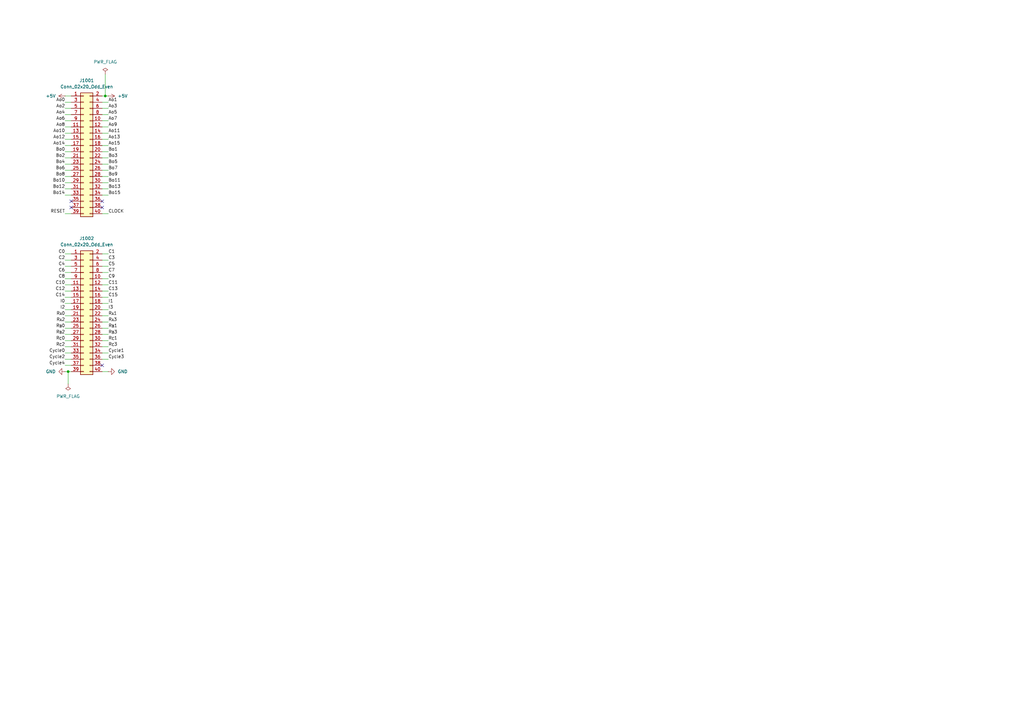
<source format=kicad_sch>
(kicad_sch (version 20231120) (generator "eeschema") (generator_version "8.0")
  (paper "A3")
  (title_block (title "Program Counter"))
  (lib_symbols
    (symbol "Connector_Generic:Conn_02x20_Odd_Even" (pin_names (offset 1.016) hide)
      (property "Reference" "J" (at 1.27 25.4 0))
      (property "Value" "Conn_02x20_Odd_Even" (at 1.27 -27.94 0))
      (symbol "Conn_02x20_Odd_Even_1_1"
        (rectangle (start -1.27 -25.273) (end 0 -25.527) (stroke (width 0.1524)))
        (rectangle (start -1.27 -22.733) (end 0 -22.987) (stroke (width 0.1524)))
        (rectangle (start -1.27 -20.193) (end 0 -20.447) (stroke (width 0.1524)))
        (rectangle (start -1.27 -17.653) (end 0 -17.907) (stroke (width 0.1524)))
        (rectangle (start -1.27 -15.113) (end 0 -15.367) (stroke (width 0.1524)))
        (rectangle (start -1.27 -12.573) (end 0 -12.827) (stroke (width 0.1524)))
        (rectangle (start -1.27 -10.033) (end 0 -10.287) (stroke (width 0.1524)))
        (rectangle (start -1.27 -7.493) (end 0 -7.747) (stroke (width 0.1524)))
        (rectangle (start -1.27 -4.953) (end 0 -5.207) (stroke (width 0.1524)))
        (rectangle (start -1.27 -2.413) (end 0 -2.667) (stroke (width 0.1524)))
        (rectangle (start -1.27 0.127) (end 0 -0.127) (stroke (width 0.1524)))
        (rectangle (start -1.27 2.667) (end 0 2.413) (stroke (width 0.1524)))
        (rectangle (start -1.27 5.207) (end 0 4.953) (stroke (width 0.1524)))
        (rectangle (start -1.27 7.747) (end 0 7.493) (stroke (width 0.1524)))
        (rectangle (start -1.27 10.287) (end 0 10.033) (stroke (width 0.1524)))
        (rectangle (start -1.27 12.827) (end 0 12.573) (stroke (width 0.1524)))
        (rectangle (start -1.27 15.367) (end 0 15.113) (stroke (width 0.1524)))
        (rectangle (start -1.27 17.907) (end 0 17.653) (stroke (width 0.1524)))
        (rectangle (start -1.27 20.447) (end 0 20.193) (stroke (width 0.1524)))
        (rectangle (start -1.27 22.987) (end 0 22.733) (stroke (width 0.1524)))
        (rectangle (start -1.27 24.13) (end 3.81 -26.67) (stroke (width 0.254)) (fill (type background)))
        (rectangle (start 3.81 -25.273) (end 2.54 -25.527) (stroke (width 0.1524)))
        (rectangle (start 3.81 -22.733) (end 2.54 -22.987) (stroke (width 0.1524)))
        (rectangle (start 3.81 -20.193) (end 2.54 -20.447) (stroke (width 0.1524)))
        (rectangle (start 3.81 -17.653) (end 2.54 -17.907) (stroke (width 0.1524)))
        (rectangle (start 3.81 -15.113) (end 2.54 -15.367) (stroke (width 0.1524)))
        (rectangle (start 3.81 -12.573) (end 2.54 -12.827) (stroke (width 0.1524)))
        (rectangle (start 3.81 -10.033) (end 2.54 -10.287) (stroke (width 0.1524)))
        (rectangle (start 3.81 -7.493) (end 2.54 -7.747) (stroke (width 0.1524)))
        (rectangle (start 3.81 -4.953) (end 2.54 -5.207) (stroke (width 0.1524)))
        (rectangle (start 3.81 -2.413) (end 2.54 -2.667) (stroke (width 0.1524)))
        (rectangle (start 3.81 0.127) (end 2.54 -0.127) (stroke (width 0.1524)))
        (rectangle (start 3.81 2.667) (end 2.54 2.413) (stroke (width 0.1524)))
        (rectangle (start 3.81 5.207) (end 2.54 4.953) (stroke (width 0.1524)))
        (rectangle (start 3.81 7.747) (end 2.54 7.493) (stroke (width 0.1524)))
        (rectangle (start 3.81 10.287) (end 2.54 10.033) (stroke (width 0.1524)))
        (rectangle (start 3.81 12.827) (end 2.54 12.573) (stroke (width 0.1524)))
        (rectangle (start 3.81 15.367) (end 2.54 15.113) (stroke (width 0.1524)))
        (rectangle (start 3.81 17.907) (end 2.54 17.653) (stroke (width 0.1524)))
        (rectangle (start 3.81 20.447) (end 2.54 20.193) (stroke (width 0.1524)))
        (rectangle (start 3.81 22.987) (end 2.54 22.733) (stroke (width 0.1524)))
        (pin passive line (at -5.08 22.86 0) (length 3.81) (name "Pin_1") (number "1"))
        (pin passive line (at 7.62 12.7 180) (length 3.81) (name "Pin_10") (number "10"))
        (pin passive line (at -5.08 10.16 0) (length 3.81) (name "Pin_11") (number "11"))
        (pin passive line (at 7.62 10.16 180) (length 3.81) (name "Pin_12") (number "12"))
        (pin passive line (at -5.08 7.62 0) (length 3.81) (name "Pin_13") (number "13"))
        (pin passive line (at 7.62 7.62 180) (length 3.81) (name "Pin_14") (number "14"))
        (pin passive line (at -5.08 5.08 0) (length 3.81) (name "Pin_15") (number "15"))
        (pin passive line (at 7.62 5.08 180) (length 3.81) (name "Pin_16") (number "16"))
        (pin passive line (at -5.08 2.54 0) (length 3.81) (name "Pin_17") (number "17"))
        (pin passive line (at 7.62 2.54 180) (length 3.81) (name "Pin_18") (number "18"))
        (pin passive line (at -5.08 0 0) (length 3.81) (name "Pin_19") (number "19"))
        (pin passive line (at 7.62 22.86 180) (length 3.81) (name "Pin_2") (number "2"))
        (pin passive line (at 7.62 0 180) (length 3.81) (name "Pin_20") (number "20"))
        (pin passive line (at -5.08 -2.54 0) (length 3.81) (name "Pin_21") (number "21"))
        (pin passive line (at 7.62 -2.54 180) (length 3.81) (name "Pin_22") (number "22"))
        (pin passive line (at -5.08 -5.08 0) (length 3.81) (name "Pin_23") (number "23"))
        (pin passive line (at 7.62 -5.08 180) (length 3.81) (name "Pin_24") (number "24"))
        (pin passive line (at -5.08 -7.62 0) (length 3.81) (name "Pin_25") (number "25"))
        (pin passive line (at 7.62 -7.62 180) (length 3.81) (name "Pin_26") (number "26"))
        (pin passive line (at -5.08 -10.16 0) (length 3.81) (name "Pin_27") (number "27"))
        (pin passive line (at 7.62 -10.16 180) (length 3.81) (name "Pin_28") (number "28"))
        (pin passive line (at -5.08 -12.7 0) (length 3.81) (name "Pin_29") (number "29"))
        (pin passive line (at -5.08 20.32 0) (length 3.81) (name "Pin_3") (number "3"))
        (pin passive line (at 7.62 -12.7 180) (length 3.81) (name "Pin_30") (number "30"))
        (pin passive line (at -5.08 -15.24 0) (length 3.81) (name "Pin_31") (number "31"))
        (pin passive line (at 7.62 -15.24 180) (length 3.81) (name "Pin_32") (number "32"))
        (pin passive line (at -5.08 -17.78 0) (length 3.81) (name "Pin_33") (number "33"))
        (pin passive line (at 7.62 -17.78 180) (length 3.81) (name "Pin_34") (number "34"))
        (pin passive line (at -5.08 -20.32 0) (length 3.81) (name "Pin_35") (number "35"))
        (pin passive line (at 7.62 -20.32 180) (length 3.81) (name "Pin_36") (number "36"))
        (pin passive line (at -5.08 -22.86 0) (length 3.81) (name "Pin_37") (number "37"))
        (pin passive line (at 7.62 -22.86 180) (length 3.81) (name "Pin_38") (number "38"))
        (pin passive line (at -5.08 -25.4 0) (length 3.81) (name "Pin_39") (number "39"))
        (pin passive line (at 7.62 20.32 180) (length 3.81) (name "Pin_4") (number "4"))
        (pin passive line (at 7.62 -25.4 180) (length 3.81) (name "Pin_40") (number "40"))
        (pin passive line (at -5.08 17.78 0) (length 3.81) (name "Pin_5") (number "5"))
        (pin passive line (at 7.62 17.78 180) (length 3.81) (name "Pin_6") (number "6"))
        (pin passive line (at -5.08 15.24 0) (length 3.81) (name "Pin_7") (number "7"))
        (pin passive line (at 7.62 15.24 180) (length 3.81) (name "Pin_8") (number "8"))
        (pin passive line (at -5.08 12.7 0) (length 3.81) (name "Pin_9") (number "9"))
      )
    )
    (symbol "power:+5V" (power) (pin_numbers hide) (pin_names (offset 0) hide)
      (property "Value" "+5V" (at 0 3.556 0))
      (symbol "+5V_0_1"
        (polyline (pts (xy -0.762 1.27) (xy 0 2.54)))
        (polyline (pts (xy 0 0) (xy 0 2.54)))
        (polyline (pts (xy 0 2.54) (xy 0.762 1.27)))
      )
      (symbol "+5V_1_1"
        (pin power_in line (at 0 0 90) (length 0) (name "~") (number "1"))
      )
    )
    (symbol "power:GND" (power) (pin_numbers hide) (pin_names (offset 0) hide)
      (property "Value" "GND" (at 0 -3.81 0))
      (symbol "GND_0_1"
        (polyline (pts (xy 0 0) (xy 0 -1.27) (xy 1.27 -1.27) (xy 0 -2.54) (xy -1.27 -1.27) (xy 0 -1.27)))
      )
      (symbol "GND_1_1"
        (pin power_in line (at 0 0 270) (length 0) (name "~") (number "1"))
      )
    )
    (symbol "power:PWR_FLAG" (power) (pin_numbers hide) (pin_names (offset 0) hide)
      (property "Value" "PWR_FLAG" (at 0 3.81 0))
      (symbol "PWR_FLAG_0_0"
        (pin power_out line (at 0 0 90) (length 0) (name "~") (number "1"))
      )
      (symbol "PWR_FLAG_0_1"
        (polyline (pts (xy 0 0) (xy 0 1.27) (xy -1.016 1.905) (xy 0 2.54) (xy 1.016 1.905) (xy 0 1.27)))
      )
    )
  )
  (junction (at 43.18 39.37))
  (junction (at 27.94 152.4))
  (no_connect (at 41.91 85.09))
  (no_connect (at 29.21 85.09))
  (no_connect (at 29.21 82.55))
  (no_connect (at 41.91 82.55))
  (no_connect (at 41.91 149.86))
  (wire (pts (xy 26.67 87.63) (xy 29.21 87.63)))
  (wire (pts (xy 41.91 80.01) (xy 44.45 80.01)))
  (wire (pts (xy 26.67 72.39) (xy 29.21 72.39)))
  (wire (pts (xy 26.67 62.23) (xy 29.21 62.23)))
  (wire (pts (xy 26.67 41.91) (xy 29.21 41.91)))
  (wire (pts (xy 26.67 149.86) (xy 29.21 149.86)))
  (wire (pts (xy 41.91 41.91) (xy 44.45 41.91)))
  (wire (pts (xy 26.67 121.92) (xy 29.21 121.92)))
  (wire (pts (xy 26.67 64.77) (xy 29.21 64.77)))
  (wire (pts (xy 41.91 132.08) (xy 44.45 132.08)))
  (wire (pts (xy 27.94 152.4) (xy 29.21 152.4)))
  (wire (pts (xy 26.67 124.46) (xy 29.21 124.46)))
  (wire (pts (xy 26.67 44.45) (xy 29.21 44.45)))
  (wire (pts (xy 26.67 77.47) (xy 29.21 77.47)))
  (wire (pts (xy 41.91 114.3) (xy 44.45 114.3)))
  (wire (pts (xy 26.67 129.54) (xy 29.21 129.54)))
  (wire (pts (xy 26.67 132.08) (xy 29.21 132.08)))
  (wire (pts (xy 41.91 147.32) (xy 44.45 147.32)))
  (wire (pts (xy 41.91 137.16) (xy 44.45 137.16)))
  (wire (pts (xy 26.67 57.15) (xy 29.21 57.15)))
  (wire (pts (xy 26.67 52.07) (xy 29.21 52.07)))
  (wire (pts (xy 27.94 152.4) (xy 27.94 157.48)))
  (wire (pts (xy 26.67 152.4) (xy 27.94 152.4)))
  (wire (pts (xy 41.91 72.39) (xy 44.45 72.39)))
  (wire (pts (xy 43.18 30.48) (xy 43.18 39.37)))
  (wire (pts (xy 41.91 39.37) (xy 43.18 39.37)))
  (wire (pts (xy 26.67 39.37) (xy 29.21 39.37)))
  (wire (pts (xy 26.67 59.69) (xy 29.21 59.69)))
  (wire (pts (xy 41.91 64.77) (xy 44.45 64.77)))
  (wire (pts (xy 41.91 139.7) (xy 44.45 139.7)))
  (wire (pts (xy 41.91 44.45) (xy 44.45 44.45)))
  (wire (pts (xy 26.67 109.22) (xy 29.21 109.22)))
  (wire (pts (xy 26.67 147.32) (xy 29.21 147.32)))
  (wire (pts (xy 26.67 104.14) (xy 29.21 104.14)))
  (wire (pts (xy 26.67 49.53) (xy 29.21 49.53)))
  (wire (pts (xy 26.67 106.68) (xy 29.21 106.68)))
  (wire (pts (xy 41.91 52.07) (xy 44.45 52.07)))
  (wire (pts (xy 41.91 46.99) (xy 44.45 46.99)))
  (wire (pts (xy 41.91 111.76) (xy 44.45 111.76)))
  (wire (pts (xy 41.91 106.68) (xy 44.45 106.68)))
  (wire (pts (xy 26.67 134.62) (xy 29.21 134.62)))
  (wire (pts (xy 41.91 152.4) (xy 44.45 152.4)))
  (wire (pts (xy 26.67 74.93) (xy 29.21 74.93)))
  (wire (pts (xy 41.91 69.85) (xy 44.45 69.85)))
  (wire (pts (xy 26.67 114.3) (xy 29.21 114.3)))
  (wire (pts (xy 41.91 121.92) (xy 44.45 121.92)))
  (wire (pts (xy 26.67 54.61) (xy 29.21 54.61)))
  (wire (pts (xy 26.67 46.99) (xy 29.21 46.99)))
  (wire (pts (xy 26.67 127) (xy 29.21 127)))
  (wire (pts (xy 41.91 54.61) (xy 44.45 54.61)))
  (wire (pts (xy 41.91 59.69) (xy 44.45 59.69)))
  (wire (pts (xy 26.67 137.16) (xy 29.21 137.16)))
  (wire (pts (xy 41.91 104.14) (xy 44.45 104.14)))
  (wire (pts (xy 41.91 67.31) (xy 44.45 67.31)))
  (wire (pts (xy 26.67 142.24) (xy 29.21 142.24)))
  (wire (pts (xy 41.91 116.84) (xy 44.45 116.84)))
  (wire (pts (xy 41.91 74.93) (xy 44.45 74.93)))
  (wire (pts (xy 41.91 142.24) (xy 44.45 142.24)))
  (wire (pts (xy 41.91 144.78) (xy 44.45 144.78)))
  (wire (pts (xy 26.67 111.76) (xy 29.21 111.76)))
  (wire (pts (xy 41.91 134.62) (xy 44.45 134.62)))
  (wire (pts (xy 41.91 127) (xy 44.45 127)))
  (wire (pts (xy 26.67 67.31) (xy 29.21 67.31)))
  (wire (pts (xy 41.91 77.47) (xy 44.45 77.47)))
  (wire (pts (xy 41.91 87.63) (xy 44.45 87.63)))
  (wire (pts (xy 43.18 39.37) (xy 44.45 39.37)))
  (wire (pts (xy 26.67 116.84) (xy 29.21 116.84)))
  (wire (pts (xy 41.91 57.15) (xy 44.45 57.15)))
  (wire (pts (xy 41.91 129.54) (xy 44.45 129.54)))
  (wire (pts (xy 26.67 139.7) (xy 29.21 139.7)))
  (wire (pts (xy 41.91 62.23) (xy 44.45 62.23)))
  (wire (pts (xy 26.67 80.01) (xy 29.21 80.01)))
  (wire (pts (xy 26.67 69.85) (xy 29.21 69.85)))
  (wire (pts (xy 26.67 144.78) (xy 29.21 144.78)))
  (wire (pts (xy 41.91 49.53) (xy 44.45 49.53)))
  (wire (pts (xy 41.91 119.38) (xy 44.45 119.38)))
  (wire (pts (xy 41.91 109.22) (xy 44.45 109.22)))
  (wire (pts (xy 26.67 119.38) (xy 29.21 119.38)))
  (wire (pts (xy 41.91 124.46) (xy 44.45 124.46)))
  (label "R_{B}0" (at 26.67 134.62 180))
  (label "C3" (at 44.45 106.68 0))
  (label "Bo2" (at 26.67 64.77 180))
  (label "R_{B}3" (at 44.45 137.16 0))
  (label "I3" (at 44.45 127 0))
  (label "C7" (at 44.45 111.76 0))
  (label "C2" (at 26.67 106.68 180))
  (label "Cycle3" (at 44.45 147.32 0))
  (label "Bo0" (at 26.67 62.23 180))
  (label "Ao5" (at 44.45 46.99 0))
  (label "C4" (at 26.67 109.22 180))
  (label "Ao8" (at 26.67 52.07 180))
  (label "Bo4" (at 26.67 67.31 180))
  (label "C8" (at 26.67 114.3 180))
  (label "Ao6" (at 26.67 49.53 180))
  (label "Cycle0" (at 26.67 144.78 180))
  (label "C11" (at 44.45 116.84 0))
  (label "Bo10" (at 26.67 74.93 180))
  (label "Bo3" (at 44.45 64.77 0))
  (label "Ao0" (at 26.67 41.91 180))
  (label "Ao1" (at 44.45 41.91 0))
  (label "C10" (at 26.67 116.84 180))
  (label "C9" (at 44.45 114.3 0))
  (label "RESET" (at 26.67 87.63 180))
  (label "Bo9" (at 44.45 72.39 0))
  (label "Ao4" (at 26.67 46.99 180))
  (label "Bo11" (at 44.45 74.93 0))
  (label "Cycle2" (at 26.67 147.32 180))
  (label "R_{C}1" (at 44.45 139.7 0))
  (label "Cycle1" (at 44.45 144.78 0))
  (label "CLOCK" (at 44.45 87.63 0))
  (label "Bo5" (at 44.45 67.31 0))
  (label "Bo8" (at 26.67 72.39 180))
  (label "R_{C}3" (at 44.45 142.24 0))
  (label "R_{B}1" (at 44.45 134.62 0))
  (label "Bo13" (at 44.45 77.47 0))
  (label "Ao14" (at 26.67 59.69 180))
  (label "Ao9" (at 44.45 52.07 0))
  (label "I0" (at 26.67 124.46 180))
  (label "Bo14" (at 26.67 80.01 180))
  (label "C12" (at 26.67 119.38 180))
  (label "Cycle4" (at 26.67 149.86 180))
  (label "Ao3" (at 44.45 44.45 0))
  (label "Ao2" (at 26.67 44.45 180))
  (label "C1" (at 44.45 104.14 0))
  (label "R_{C}0" (at 26.67 139.7 180))
  (label "Ao15" (at 44.45 59.69 0))
  (label "C14" (at 26.67 121.92 180))
  (label "Ao10" (at 26.67 54.61 180))
  (label "C13" (at 44.45 119.38 0))
  (label "Ao13" (at 44.45 57.15 0))
  (label "I2" (at 26.67 127 180))
  (label "Ao7" (at 44.45 49.53 0))
  (label "R_{A}3" (at 44.45 132.08 0))
  (label "C15" (at 44.45 121.92 0))
  (label "C0" (at 26.67 104.14 180))
  (label "C5" (at 44.45 109.22 0))
  (label "Bo15" (at 44.45 80.01 0))
  (label "Ao12" (at 26.67 57.15 180))
  (label "R_{A}1" (at 44.45 129.54 0))
  (label "Bo12" (at 26.67 77.47 180))
  (label "R_{B}2" (at 26.67 137.16 180))
  (label "I1" (at 44.45 124.46 0))
  (label "R_{C}2" (at 26.67 142.24 180))
  (label "Bo6" (at 26.67 69.85 180))
  (label "C6" (at 26.67 111.76 180))
  (label "R_{A}0" (at 26.67 129.54 180))
  (label "Bo1" (at 44.45 62.23 0))
  (label "Bo7" (at 44.45 69.85 0))
  (label "Ao11" (at 44.45 54.61 0))
  (label "R_{A}2" (at 26.67 132.08 180))
  (symbol (lib_id "Connector_Generic:Conn_02x20_Odd_Even") (at 34.29 62.23 0) (unit 1)
    (property "Reference" "J1001" (at 35.56 33.02 0))
    (property "Value" "Conn_02x20_Odd_Even" (at 35.56 35.56 0))
    (property "Footprint" "Connector_PinHeader_2.54mm:PinHeader_2x20_P2.54mm_Vertical" (effects (hide yes)))
    (property "Description" "Generic connector, double row, 02x20, odd/even pin numbering scheme (row 1 odd numbers, row 2 even numbers), script generated (kicad-library-utils/schlib/autogen/connector/)" (effects (hide yes)))
  )
  (symbol (lib_id "Connector_Generic:Conn_02x20_Odd_Even") (at 34.29 127 0) (unit 1)
    (property "Reference" "J1002" (at 35.56 97.79 0))
    (property "Value" "Conn_02x20_Odd_Even" (at 35.56 100.33 0))
    (property "Footprint" "Connector_PinHeader_2.54mm:PinHeader_2x20_P2.54mm_Vertical" (effects (hide yes)))
    (property "Description" "Generic connector, double row, 02x20, odd/even pin numbering scheme (row 1 odd numbers, row 2 even numbers), script generated (kicad-library-utils/schlib/autogen/connector/)" (effects (hide yes)))
  )
  (symbol (lib_id "power:+5V") (at 44.45 39.37 270) (unit 1)
    (property "Reference" "#PWR01003" (effects (hide yes)))
    (property "Value" "+5V" (at 48.26 39.3699 90) (effects (justify left)))
    (property "Description" "Power symbol creates a global label with name \"+5V\"" (effects (hide yes)))
  )
  (symbol (lib_id "power:GND") (at 44.45 152.4 90) (unit 1)
    (property "Reference" "#PWR01004" (effects (hide yes)))
    (property "Value" "GND" (at 48.26 152.3999 90) (effects (justify right)))
    (property "Description" "Power symbol creates a global label with name \"GND\" , ground" (effects (hide yes)))
  )
  (symbol (lib_id "power:PWR_FLAG") (at 43.18 30.48 0) (unit 1)
    (property "Reference" "#FLG01002" (effects (hide yes)))
    (property "Value" "PWR_FLAG" (at 43.18 25.4 0))
    (property "Description" "Special symbol for telling ERC where power comes from" (effects (hide yes)))
  )
  (symbol (lib_id "power:+5V") (at 26.67 39.37 90) (unit 1)
    (property "Reference" "#PWR01001" (effects (hide yes)))
    (property "Value" "+5V" (at 22.86 39.3699 90) (effects (justify left)))
    (property "Description" "Power symbol creates a global label with name \"+5V\"" (effects (hide yes)))
  )
  (symbol (lib_id "power:PWR_FLAG") (at 27.94 157.48 180) (unit 1)
    (property "Reference" "#FLG01001" (effects (hide yes)))
    (property "Value" "PWR_FLAG" (at 27.94 162.56 0))
    (property "Description" "Special symbol for telling ERC where power comes from" (effects (hide yes)))
  )
  (symbol (lib_id "power:GND") (at 26.67 152.4 270) (unit 1)
    (property "Reference" "#PWR01002" (effects (hide yes)))
    (property "Value" "GND" (at 22.86 152.3999 90) (effects (justify right)))
    (property "Description" "Power symbol creates a global label with name \"GND\" , ground" (effects (hide yes)))
  )
)
</source>
